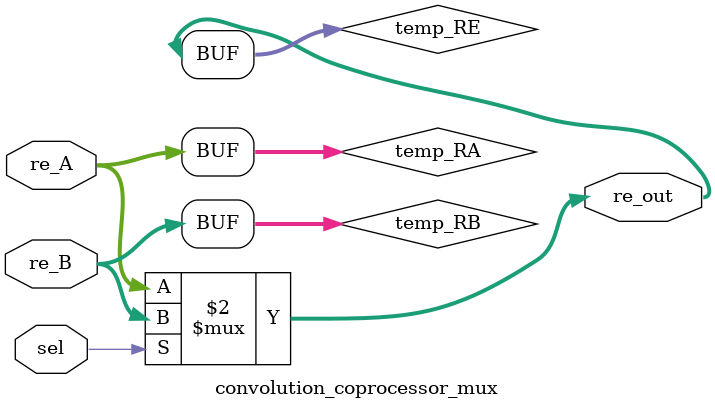
<source format=sv>
/******************************************************************
* Description
*
* 2 to 1 Mux with parametetized WIDTH
*
* Author: Jose Rodriguez
* email : TAE2024.1@cinvestav.mx	
* Date  : 05/02/2024	
******************************************************************/

module convolution_coprocessor_mux 
#(
	parameter DATA_WIDTH = 6)
(
	input  [DATA_WIDTH-1: 0] re_A,
	input  [DATA_WIDTH-1: 0] re_B,
	input 					 sel,
	output [DATA_WIDTH-1: 0] re_out
);

	reg signed [DATA_WIDTH -1: 0] temp_RA;
	reg signed [DATA_WIDTH -1: 0] temp_RB;
	
	wire signed [DATA_WIDTH-1: 0] temp_RE;
	
	always@(re_A, re_B)
	begin
		temp_RA = re_A;
		temp_RB = re_B;
	end 
	
	assign temp_RE = (sel) ? temp_RB : temp_RA;
	
	assign re_out = temp_RE;
	
endmodule 
</source>
